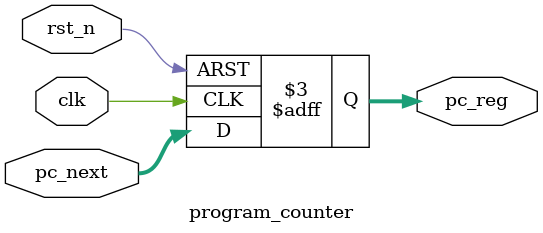
<source format=v>
module program_counter #(parameter pc_width=32)(
    input clk,rst_n,
    input [pc_width-1:0]pc_next,
    output reg[pc_width-1:0]pc_reg
);
always @(posedge clk , negedge rst_n ) begin
    if(!rst_n)
    pc_reg<=0;
    else
    pc_reg<=pc_next;
end
endmodule


</source>
